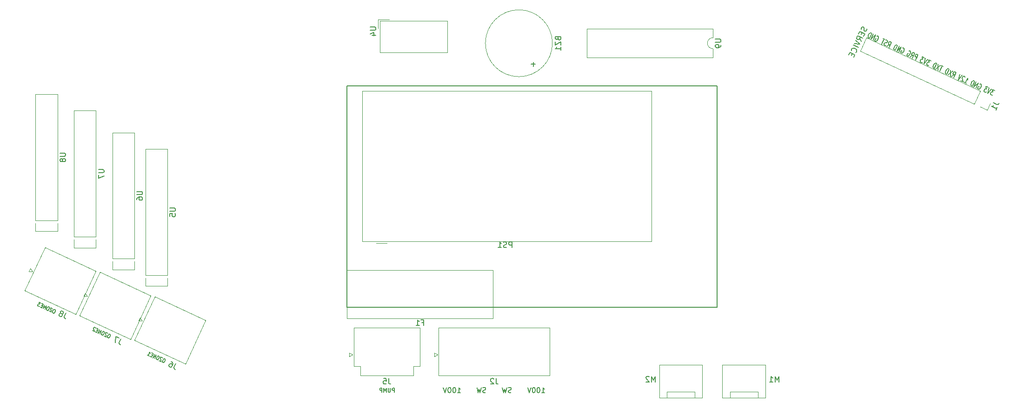
<source format=gbr>
G04 #@! TF.GenerationSoftware,KiCad,Pcbnew,5.1.9-73d0e3b20d~88~ubuntu20.04.1*
G04 #@! TF.CreationDate,2021-03-10T20:54:07+09:00*
G04 #@! TF.ProjectId,ESP32DUALDIAL,45535033-3244-4554-914c-4449414c2e6b,rev?*
G04 #@! TF.SameCoordinates,Original*
G04 #@! TF.FileFunction,Legend,Bot*
G04 #@! TF.FilePolarity,Positive*
%FSLAX46Y46*%
G04 Gerber Fmt 4.6, Leading zero omitted, Abs format (unit mm)*
G04 Created by KiCad (PCBNEW 5.1.9-73d0e3b20d~88~ubuntu20.04.1) date 2021-03-10 20:54:07*
%MOMM*%
%LPD*%
G01*
G04 APERTURE LIST*
%ADD10C,0.175000*%
%ADD11C,0.150000*%
%ADD12C,0.177500*%
%ADD13C,0.120000*%
G04 APERTURE END LIST*
D10*
X119157142Y-145907142D02*
X119671428Y-145907142D01*
X119414285Y-145907142D02*
X119414285Y-145007142D01*
X119500000Y-145135714D01*
X119585714Y-145221428D01*
X119671428Y-145264285D01*
X118600000Y-145007142D02*
X118514285Y-145007142D01*
X118428571Y-145050000D01*
X118385714Y-145092857D01*
X118342857Y-145178571D01*
X118300000Y-145350000D01*
X118300000Y-145564285D01*
X118342857Y-145735714D01*
X118385714Y-145821428D01*
X118428571Y-145864285D01*
X118514285Y-145907142D01*
X118600000Y-145907142D01*
X118685714Y-145864285D01*
X118728571Y-145821428D01*
X118771428Y-145735714D01*
X118814285Y-145564285D01*
X118814285Y-145350000D01*
X118771428Y-145178571D01*
X118728571Y-145092857D01*
X118685714Y-145050000D01*
X118600000Y-145007142D01*
X117742857Y-145007142D02*
X117657142Y-145007142D01*
X117571428Y-145050000D01*
X117528571Y-145092857D01*
X117485714Y-145178571D01*
X117442857Y-145350000D01*
X117442857Y-145564285D01*
X117485714Y-145735714D01*
X117528571Y-145821428D01*
X117571428Y-145864285D01*
X117657142Y-145907142D01*
X117742857Y-145907142D01*
X117828571Y-145864285D01*
X117871428Y-145821428D01*
X117914285Y-145735714D01*
X117957142Y-145564285D01*
X117957142Y-145350000D01*
X117914285Y-145178571D01*
X117871428Y-145092857D01*
X117828571Y-145050000D01*
X117742857Y-145007142D01*
X117185714Y-145007142D02*
X116885714Y-145907142D01*
X116585714Y-145007142D01*
X113585714Y-145864285D02*
X113457142Y-145907142D01*
X113242857Y-145907142D01*
X113157142Y-145864285D01*
X113114285Y-145821428D01*
X113071428Y-145735714D01*
X113071428Y-145650000D01*
X113114285Y-145564285D01*
X113157142Y-145521428D01*
X113242857Y-145478571D01*
X113414285Y-145435714D01*
X113500000Y-145392857D01*
X113542857Y-145350000D01*
X113585714Y-145264285D01*
X113585714Y-145178571D01*
X113542857Y-145092857D01*
X113500000Y-145050000D01*
X113414285Y-145007142D01*
X113200000Y-145007142D01*
X113071428Y-145050000D01*
X112771428Y-145007142D02*
X112557142Y-145907142D01*
X112385714Y-145264285D01*
X112214285Y-145907142D01*
X112000000Y-145007142D01*
X108957142Y-145864285D02*
X108828571Y-145907142D01*
X108614285Y-145907142D01*
X108528571Y-145864285D01*
X108485714Y-145821428D01*
X108442857Y-145735714D01*
X108442857Y-145650000D01*
X108485714Y-145564285D01*
X108528571Y-145521428D01*
X108614285Y-145478571D01*
X108785714Y-145435714D01*
X108871428Y-145392857D01*
X108914285Y-145350000D01*
X108957142Y-145264285D01*
X108957142Y-145178571D01*
X108914285Y-145092857D01*
X108871428Y-145050000D01*
X108785714Y-145007142D01*
X108571428Y-145007142D01*
X108442857Y-145050000D01*
X108142857Y-145007142D02*
X107928571Y-145907142D01*
X107757142Y-145264285D01*
X107585714Y-145907142D01*
X107371428Y-145007142D01*
X103814285Y-145907142D02*
X104328571Y-145907142D01*
X104071428Y-145907142D02*
X104071428Y-145007142D01*
X104157142Y-145135714D01*
X104242857Y-145221428D01*
X104328571Y-145264285D01*
X103257142Y-145007142D02*
X103171428Y-145007142D01*
X103085714Y-145050000D01*
X103042857Y-145092857D01*
X103000000Y-145178571D01*
X102957142Y-145350000D01*
X102957142Y-145564285D01*
X103000000Y-145735714D01*
X103042857Y-145821428D01*
X103085714Y-145864285D01*
X103171428Y-145907142D01*
X103257142Y-145907142D01*
X103342857Y-145864285D01*
X103385714Y-145821428D01*
X103428571Y-145735714D01*
X103471428Y-145564285D01*
X103471428Y-145350000D01*
X103428571Y-145178571D01*
X103385714Y-145092857D01*
X103342857Y-145050000D01*
X103257142Y-145007142D01*
X102400000Y-145007142D02*
X102314285Y-145007142D01*
X102228571Y-145050000D01*
X102185714Y-145092857D01*
X102142857Y-145178571D01*
X102100000Y-145350000D01*
X102100000Y-145564285D01*
X102142857Y-145735714D01*
X102185714Y-145821428D01*
X102228571Y-145864285D01*
X102314285Y-145907142D01*
X102400000Y-145907142D01*
X102485714Y-145864285D01*
X102528571Y-145821428D01*
X102571428Y-145735714D01*
X102614285Y-145564285D01*
X102614285Y-145350000D01*
X102571428Y-145178571D01*
X102528571Y-145092857D01*
X102485714Y-145050000D01*
X102400000Y-145007142D01*
X101842857Y-145007142D02*
X101542857Y-145907142D01*
X101242857Y-145007142D01*
X92300000Y-145816666D02*
X92300000Y-145116666D01*
X92033333Y-145116666D01*
X91966666Y-145150000D01*
X91933333Y-145183333D01*
X91900000Y-145250000D01*
X91900000Y-145350000D01*
X91933333Y-145416666D01*
X91966666Y-145450000D01*
X92033333Y-145483333D01*
X92300000Y-145483333D01*
X91600000Y-145116666D02*
X91600000Y-145683333D01*
X91566666Y-145750000D01*
X91533333Y-145783333D01*
X91466666Y-145816666D01*
X91333333Y-145816666D01*
X91266666Y-145783333D01*
X91233333Y-145750000D01*
X91200000Y-145683333D01*
X91200000Y-145116666D01*
X90866666Y-145816666D02*
X90866666Y-145116666D01*
X90633333Y-145616666D01*
X90400000Y-145116666D01*
X90400000Y-145816666D01*
X90066666Y-145816666D02*
X90066666Y-145116666D01*
X89800000Y-145116666D01*
X89733333Y-145150000D01*
X89700000Y-145183333D01*
X89666666Y-145250000D01*
X89666666Y-145350000D01*
X89700000Y-145416666D01*
X89733333Y-145450000D01*
X89800000Y-145483333D01*
X90066666Y-145483333D01*
D11*
X50547359Y-139798584D02*
X50443781Y-139750284D01*
X50377905Y-139756345D01*
X50297941Y-139792616D01*
X50215698Y-139901382D01*
X50117087Y-140112854D01*
X50086632Y-140245770D01*
X50110247Y-140330340D01*
X50147949Y-140384700D01*
X50251527Y-140432999D01*
X50317403Y-140426939D01*
X50397366Y-140390668D01*
X50479610Y-140281901D01*
X50578221Y-140070430D01*
X50608676Y-139937514D01*
X50585061Y-139852944D01*
X50547359Y-139798584D01*
X50133047Y-139605387D02*
X49770524Y-139436339D01*
X49837214Y-140239802D01*
X49474691Y-140070755D01*
X49459790Y-139291442D02*
X49356212Y-139243143D01*
X49290336Y-139249203D01*
X49210372Y-139285474D01*
X49128129Y-139394240D01*
X49029518Y-139605712D01*
X48999063Y-139738628D01*
X49022677Y-139823198D01*
X49060379Y-139877558D01*
X49163957Y-139925857D01*
X49229834Y-139919797D01*
X49309797Y-139883526D01*
X49392041Y-139774759D01*
X49490652Y-139563288D01*
X49521106Y-139430372D01*
X49497492Y-139345802D01*
X49459790Y-139291442D01*
X48697856Y-139708511D02*
X48993689Y-139074095D01*
X48387122Y-139563613D01*
X48682955Y-138929198D01*
X48283137Y-139110552D02*
X48101875Y-139026028D01*
X47869232Y-139322117D02*
X48128177Y-139442865D01*
X48424010Y-138808450D01*
X48165065Y-138687701D01*
X47351342Y-139080621D02*
X47662076Y-139225518D01*
X47506709Y-139153070D02*
X47802541Y-138518654D01*
X47812069Y-138633435D01*
X47835683Y-138718005D01*
X47873385Y-138772365D01*
X30547359Y-130798584D02*
X30443781Y-130750284D01*
X30377905Y-130756345D01*
X30297941Y-130792616D01*
X30215698Y-130901382D01*
X30117087Y-131112854D01*
X30086632Y-131245770D01*
X30110247Y-131330340D01*
X30147949Y-131384700D01*
X30251527Y-131432999D01*
X30317403Y-131426939D01*
X30397366Y-131390668D01*
X30479610Y-131281901D01*
X30578221Y-131070430D01*
X30608676Y-130937514D01*
X30585061Y-130852944D01*
X30547359Y-130798584D01*
X30133047Y-130605387D02*
X29770524Y-130436339D01*
X29837214Y-131239802D01*
X29474691Y-131070755D01*
X29459790Y-130291442D02*
X29356212Y-130243143D01*
X29290336Y-130249203D01*
X29210372Y-130285474D01*
X29128129Y-130394240D01*
X29029518Y-130605712D01*
X28999063Y-130738628D01*
X29022677Y-130823198D01*
X29060379Y-130877558D01*
X29163957Y-130925857D01*
X29229834Y-130919797D01*
X29309797Y-130883526D01*
X29392041Y-130774759D01*
X29490652Y-130563288D01*
X29521106Y-130430372D01*
X29497492Y-130345802D01*
X29459790Y-130291442D01*
X28697856Y-130708511D02*
X28993689Y-130074095D01*
X28387122Y-130563613D01*
X28682955Y-129929198D01*
X28283137Y-130110552D02*
X28101875Y-130026028D01*
X27869232Y-130322117D02*
X28128177Y-130442865D01*
X28424010Y-129808450D01*
X28165065Y-129687701D01*
X27983803Y-129603178D02*
X27647174Y-129446205D01*
X27715738Y-129772411D01*
X27638054Y-129736187D01*
X27572178Y-129742247D01*
X27532196Y-129760383D01*
X27478127Y-129808728D01*
X27407691Y-129959780D01*
X27405411Y-130032275D01*
X27417218Y-130074560D01*
X27454920Y-130128920D01*
X27610287Y-130201369D01*
X27676163Y-130195308D01*
X27716145Y-130177173D01*
X40547359Y-135298584D02*
X40443781Y-135250284D01*
X40377905Y-135256345D01*
X40297941Y-135292616D01*
X40215698Y-135401382D01*
X40117087Y-135612854D01*
X40086632Y-135745770D01*
X40110247Y-135830340D01*
X40147949Y-135884700D01*
X40251527Y-135932999D01*
X40317403Y-135926939D01*
X40397366Y-135890668D01*
X40479610Y-135781901D01*
X40578221Y-135570430D01*
X40608676Y-135437514D01*
X40585061Y-135352944D01*
X40547359Y-135298584D01*
X40133047Y-135105387D02*
X39770524Y-134936339D01*
X39837214Y-135739802D01*
X39474691Y-135570755D01*
X39459790Y-134791442D02*
X39356212Y-134743143D01*
X39290336Y-134749203D01*
X39210372Y-134785474D01*
X39128129Y-134894240D01*
X39029518Y-135105712D01*
X38999063Y-135238628D01*
X39022677Y-135323198D01*
X39060379Y-135377558D01*
X39163957Y-135425857D01*
X39229834Y-135419797D01*
X39309797Y-135383526D01*
X39392041Y-135274759D01*
X39490652Y-135063288D01*
X39521106Y-134930372D01*
X39497492Y-134845802D01*
X39459790Y-134791442D01*
X38697856Y-135208511D02*
X38993689Y-134574095D01*
X38387122Y-135063613D01*
X38682955Y-134429198D01*
X38283137Y-134610552D02*
X38101875Y-134526028D01*
X37869232Y-134822117D02*
X38128177Y-134942865D01*
X38424010Y-134308450D01*
X38165065Y-134187701D01*
X37929734Y-134151523D02*
X37917927Y-134109238D01*
X37880225Y-134054879D01*
X37750752Y-133994505D01*
X37684876Y-134000565D01*
X37644894Y-134018701D01*
X37590825Y-134067046D01*
X37562651Y-134127467D01*
X37546283Y-134230172D01*
X37687970Y-134737593D01*
X37351342Y-134580621D01*
D12*
X201614875Y-90811874D02*
X201216531Y-90626123D01*
X201270026Y-91071403D01*
X201178101Y-91028537D01*
X201096693Y-91043118D01*
X201045926Y-91071987D01*
X200975035Y-91144013D01*
X200874412Y-91359801D01*
X200864804Y-91460405D01*
X200875321Y-91517851D01*
X200916480Y-91589585D01*
X201100331Y-91675316D01*
X201181739Y-91660736D01*
X201232506Y-91631867D01*
X201032680Y-90540392D02*
X200395569Y-91346680D01*
X200603694Y-90340353D01*
X200450485Y-90268910D02*
X200052141Y-90083159D01*
X200105637Y-90528439D01*
X200013711Y-90485574D01*
X199932303Y-90500154D01*
X199881536Y-90529023D01*
X199810645Y-90601050D01*
X199710022Y-90816837D01*
X199700414Y-90917441D01*
X199710931Y-90974887D01*
X199752090Y-91046621D01*
X199935941Y-91132352D01*
X200017350Y-91117772D01*
X200068116Y-91088903D01*
X198928911Y-89611930D02*
X199010319Y-89597350D01*
X199102244Y-89640215D01*
X199174045Y-89726238D01*
X199195080Y-89841130D01*
X199185472Y-89941734D01*
X199135615Y-90128653D01*
X199075241Y-90258125D01*
X198964101Y-90416467D01*
X198893209Y-90488493D01*
X198791676Y-90546231D01*
X198679626Y-90546523D01*
X198618343Y-90517946D01*
X198546542Y-90431923D01*
X198536025Y-90374477D01*
X198676897Y-90072374D01*
X198799465Y-90129528D01*
X198219999Y-90332195D02*
X198642617Y-89425887D01*
X197852297Y-90160733D01*
X198274915Y-89254425D01*
X197545878Y-90017848D02*
X197968497Y-89111540D01*
X197815287Y-89040097D01*
X197703237Y-89040389D01*
X197601704Y-89098127D01*
X197530813Y-89170154D01*
X197419672Y-89328495D01*
X197359298Y-89457968D01*
X197309442Y-89644886D01*
X197299834Y-89745490D01*
X197320868Y-89860382D01*
X197392669Y-89946405D01*
X197545878Y-90017848D01*
X196075070Y-89331999D02*
X196442772Y-89503461D01*
X196258921Y-89417730D02*
X196681540Y-88511422D01*
X196682449Y-88669472D01*
X196703483Y-88784364D01*
X196744642Y-88856098D01*
X196212304Y-88397698D02*
X196201787Y-88340252D01*
X196160628Y-88268517D01*
X196007419Y-88197075D01*
X195926011Y-88211655D01*
X195875244Y-88240524D01*
X195804353Y-88312550D01*
X195764104Y-88398866D01*
X195734372Y-88542627D01*
X195860577Y-89231979D01*
X195462234Y-89046228D01*
X195701001Y-88054189D02*
X195063890Y-88860477D01*
X195272015Y-87854150D01*
X193776933Y-88260360D02*
X194192672Y-87928804D01*
X194144635Y-88431822D02*
X194567253Y-87525514D01*
X194322118Y-87411206D01*
X194240710Y-87425786D01*
X194189943Y-87454655D01*
X194119052Y-87526682D01*
X194058678Y-87656154D01*
X194049071Y-87756758D01*
X194059588Y-87814204D01*
X194100747Y-87885938D01*
X194345881Y-88000247D01*
X193985058Y-87254032D02*
X193133454Y-87960301D01*
X193556072Y-87053993D02*
X193562440Y-88160340D01*
X192888319Y-87845992D02*
X193310938Y-86939685D01*
X193157729Y-86868242D01*
X193045678Y-86868534D01*
X192944145Y-86926272D01*
X192873254Y-86998298D01*
X192762114Y-87156640D01*
X192701740Y-87286112D01*
X192651883Y-87473031D01*
X192642275Y-87573635D01*
X192663309Y-87688527D01*
X192735110Y-87774550D01*
X192888319Y-87845992D01*
X192269115Y-86453875D02*
X191901413Y-86282413D01*
X191662646Y-87274451D02*
X192085264Y-86368144D01*
X191748204Y-86210970D02*
X190896600Y-86917238D01*
X191319218Y-86010931D02*
X191325586Y-87117278D01*
X190651466Y-86802930D02*
X191074084Y-85896622D01*
X190920875Y-85825180D01*
X190808824Y-85825472D01*
X190707291Y-85883210D01*
X190636400Y-85955236D01*
X190525260Y-86113578D01*
X190464886Y-86243050D01*
X190415029Y-86429969D01*
X190405421Y-86530572D01*
X190426456Y-86645465D01*
X190498256Y-86731488D01*
X190651466Y-86802930D01*
X190001620Y-85396524D02*
X189603276Y-85210773D01*
X189656771Y-85656053D01*
X189564846Y-85613188D01*
X189483437Y-85627768D01*
X189432671Y-85656637D01*
X189361780Y-85728664D01*
X189261156Y-85944451D01*
X189251549Y-86045055D01*
X189262066Y-86102501D01*
X189303225Y-86174235D01*
X189487076Y-86259966D01*
X189568484Y-86245386D01*
X189619251Y-86216517D01*
X189419425Y-85125042D02*
X188782314Y-85931330D01*
X188990439Y-84925003D01*
X188837230Y-84853560D02*
X188438886Y-84667810D01*
X188492381Y-85113089D01*
X188400456Y-85070224D01*
X188319048Y-85084804D01*
X188268281Y-85113673D01*
X188197390Y-85185700D01*
X188096766Y-85401487D01*
X188087159Y-85502091D01*
X188097676Y-85559537D01*
X188138835Y-85631271D01*
X188322686Y-85717003D01*
X188404094Y-85702422D01*
X188454861Y-85673553D01*
X187250222Y-85216904D02*
X187672840Y-84310596D01*
X187427705Y-84196288D01*
X187346297Y-84210869D01*
X187295531Y-84239738D01*
X187224639Y-84311764D01*
X187164265Y-84441237D01*
X187154658Y-84541840D01*
X187165175Y-84599286D01*
X187206334Y-84671021D01*
X187451469Y-84785329D01*
X186239041Y-84745383D02*
X186654781Y-84413828D01*
X186606743Y-84916845D02*
X187029362Y-84010538D01*
X186784227Y-83896229D01*
X186702819Y-83910810D01*
X186652052Y-83939679D01*
X186581161Y-84011705D01*
X186520787Y-84141178D01*
X186511179Y-84241781D01*
X186521696Y-84299227D01*
X186562855Y-84370962D01*
X186807990Y-84485270D01*
X186028698Y-83596462D02*
X186110107Y-83581882D01*
X186202032Y-83624747D01*
X186273833Y-83710771D01*
X186294867Y-83825663D01*
X186285260Y-83926266D01*
X186235403Y-84113185D01*
X186175029Y-84242657D01*
X186063888Y-84400999D01*
X185992997Y-84473025D01*
X185891464Y-84530763D01*
X185779414Y-84531055D01*
X185718130Y-84502478D01*
X185646329Y-84416455D01*
X185635812Y-84359009D01*
X185776685Y-84056906D01*
X185899252Y-84114061D01*
X184894950Y-83067787D02*
X184976359Y-83053207D01*
X185068284Y-83096072D01*
X185140085Y-83182095D01*
X185161119Y-83296987D01*
X185151512Y-83397591D01*
X185101655Y-83584509D01*
X185041281Y-83713982D01*
X184930140Y-83872323D01*
X184859249Y-83944350D01*
X184757716Y-84002088D01*
X184645666Y-84002380D01*
X184584382Y-83973803D01*
X184512581Y-83887780D01*
X184502064Y-83830334D01*
X184642937Y-83528231D01*
X184765504Y-83585385D01*
X184186038Y-83788052D02*
X184608657Y-82881744D01*
X183818336Y-83616590D01*
X184240955Y-82710282D01*
X183511918Y-83473705D02*
X183934536Y-82567397D01*
X183781327Y-82495954D01*
X183669277Y-82496246D01*
X183567744Y-82553984D01*
X183496853Y-82626011D01*
X183385712Y-82784352D01*
X183325338Y-82913825D01*
X183275481Y-83100743D01*
X183265874Y-83201347D01*
X183286908Y-83316239D01*
X183358709Y-83402262D01*
X183511918Y-83473705D01*
X182010468Y-82773567D02*
X182426208Y-82442012D01*
X182378170Y-82945029D02*
X182800788Y-82038721D01*
X182555654Y-81924413D01*
X182474245Y-81938994D01*
X182423479Y-81967863D01*
X182352588Y-82039889D01*
X182292214Y-82169362D01*
X182282606Y-82269965D01*
X182293123Y-82327411D01*
X182334282Y-82399146D01*
X182579417Y-82513454D01*
X181785458Y-82616101D02*
X181673408Y-82616393D01*
X181520199Y-82544951D01*
X181479040Y-82473216D01*
X181468523Y-82415770D01*
X181478130Y-82315166D01*
X181518379Y-82228851D01*
X181589271Y-82156825D01*
X181640037Y-82127956D01*
X181721446Y-82113375D01*
X181864138Y-82127372D01*
X181945546Y-82112792D01*
X181996312Y-82083923D01*
X182067204Y-82011896D01*
X182107453Y-81925581D01*
X182117061Y-81824978D01*
X182106543Y-81767531D01*
X182065384Y-81695797D01*
X181912175Y-81624354D01*
X181800125Y-81624646D01*
X181636399Y-81495758D02*
X181268697Y-81324295D01*
X181029929Y-82316334D02*
X181452548Y-81410026D01*
X180206750Y-80881643D02*
X180288158Y-80867063D01*
X180380083Y-80909928D01*
X180451884Y-80995951D01*
X180472919Y-81110843D01*
X180463311Y-81211447D01*
X180413454Y-81398365D01*
X180353080Y-81527838D01*
X180241940Y-81686180D01*
X180171048Y-81758206D01*
X180069515Y-81815944D01*
X179957465Y-81816236D01*
X179896182Y-81787659D01*
X179824381Y-81701636D01*
X179813864Y-81644190D01*
X179954736Y-81342087D01*
X180077304Y-81399241D01*
X179497838Y-81601908D02*
X179920456Y-80695600D01*
X179130136Y-81430446D01*
X179552754Y-80524138D01*
X178823717Y-81287561D02*
X179246336Y-80381253D01*
X179093126Y-80309810D01*
X178981076Y-80310102D01*
X178879543Y-80367840D01*
X178808652Y-80439867D01*
X178697511Y-80598208D01*
X178637137Y-80727681D01*
X178587281Y-80914599D01*
X178577673Y-81015203D01*
X178598707Y-81130095D01*
X178670508Y-81216118D01*
X178823717Y-81287561D01*
D11*
X83680000Y-130330000D02*
X83680000Y-89990000D01*
X151120000Y-130330000D02*
X83680000Y-130330000D01*
X151120000Y-89990000D02*
X151120000Y-130330000D01*
X83680000Y-89990000D02*
X151120000Y-89990000D01*
D13*
X47000000Y-126500000D02*
X47000000Y-125000000D01*
X51000000Y-126500000D02*
X51000000Y-125000000D01*
X47000000Y-126500000D02*
X51000000Y-126500000D01*
X47000000Y-101500000D02*
X47000000Y-124500000D01*
X51000000Y-101500000D02*
X47000000Y-101500000D01*
X51000000Y-124500000D02*
X51000000Y-101500000D01*
X47000000Y-124500000D02*
X51000000Y-124500000D01*
X41000000Y-123500000D02*
X41000000Y-122000000D01*
X45000000Y-123500000D02*
X45000000Y-122000000D01*
X41000000Y-123500000D02*
X45000000Y-123500000D01*
X41000000Y-98500000D02*
X41000000Y-121500000D01*
X45000000Y-98500000D02*
X41000000Y-98500000D01*
X45000000Y-121500000D02*
X45000000Y-98500000D01*
X41000000Y-121500000D02*
X45000000Y-121500000D01*
X34000000Y-119500000D02*
X34000000Y-118000000D01*
X38000000Y-119500000D02*
X38000000Y-118000000D01*
X34000000Y-119500000D02*
X38000000Y-119500000D01*
X34000000Y-94500000D02*
X34000000Y-117500000D01*
X38000000Y-94500000D02*
X34000000Y-94500000D01*
X38000000Y-117500000D02*
X38000000Y-94500000D01*
X34000000Y-117500000D02*
X38000000Y-117500000D01*
X27000000Y-116500000D02*
X27000000Y-115000000D01*
X31000000Y-116500000D02*
X31000000Y-115000000D01*
X27000000Y-116500000D02*
X31000000Y-116500000D01*
X27000000Y-91500000D02*
X27000000Y-114500000D01*
X31000000Y-91500000D02*
X27000000Y-91500000D01*
X31000000Y-114500000D02*
X31000000Y-91500000D01*
X27000000Y-114500000D02*
X31000000Y-114500000D01*
X91000000Y-118650000D02*
X89000000Y-118650000D01*
X139120000Y-118320000D02*
X139120000Y-90880000D01*
X86480000Y-118320000D02*
X139120000Y-118320000D01*
X86480000Y-90880000D02*
X139120000Y-90880000D01*
X86480000Y-118320000D02*
X86480000Y-90880000D01*
X89680000Y-78130000D02*
X89680000Y-83870000D01*
X89680000Y-83880000D02*
X101940000Y-83880000D01*
X101940000Y-83880000D02*
X101940000Y-78120000D01*
X101940000Y-78120000D02*
X89690000Y-78120000D01*
X89400000Y-77840000D02*
X91400000Y-77840000D01*
X89400000Y-77840000D02*
X89400000Y-79450000D01*
X200247351Y-94380015D02*
X200809433Y-93174625D01*
X199041962Y-93817932D02*
X200247351Y-94380015D01*
X197890951Y-93281207D02*
X199015115Y-90870428D01*
X199015115Y-90870428D02*
X178242541Y-81184018D01*
X197890951Y-93281207D02*
X177118376Y-83594797D01*
X177118376Y-83594797D02*
X178242541Y-81184018D01*
X150330000Y-83190000D02*
X150330000Y-84840000D01*
X150330000Y-84840000D02*
X127350000Y-84840000D01*
X127350000Y-84840000D02*
X127350000Y-79540000D01*
X127350000Y-79540000D02*
X150330000Y-79540000D01*
X150330000Y-79540000D02*
X150330000Y-81190000D01*
X150330000Y-81190000D02*
G75*
G03*
X150330000Y-83190000I0J-1000000D01*
G01*
X110200000Y-132400000D02*
X83700000Y-132400000D01*
X83700000Y-132400000D02*
X83700000Y-123600000D01*
X83700000Y-123600000D02*
X110300000Y-123600000D01*
X110300000Y-123600000D02*
X110300000Y-132400000D01*
X100390000Y-142810000D02*
X100390000Y-134090000D01*
X100390000Y-134090000D02*
X120610000Y-134090000D01*
X120610000Y-134090000D02*
X120610000Y-142810000D01*
X120610000Y-142810000D02*
X100390000Y-142810000D01*
X100190000Y-139000000D02*
X99590000Y-138700000D01*
X99590000Y-138700000D02*
X99590000Y-139300000D01*
X99590000Y-139300000D02*
X100190000Y-139000000D01*
X84940000Y-134090000D02*
X84940000Y-141110000D01*
X84940000Y-141110000D02*
X86140000Y-141110000D01*
X86140000Y-141110000D02*
X86140000Y-142810000D01*
X86140000Y-142810000D02*
X95780000Y-142810000D01*
X95780000Y-142810000D02*
X95780000Y-141110000D01*
X95780000Y-141110000D02*
X96980000Y-141110000D01*
X96980000Y-141110000D02*
X96980000Y-134090000D01*
X96980000Y-134090000D02*
X84940000Y-134090000D01*
X84740000Y-139000000D02*
X84140000Y-138700000D01*
X84140000Y-138700000D02*
X84140000Y-139300000D01*
X84140000Y-139300000D02*
X84740000Y-139000000D01*
X45024361Y-136349999D02*
X48709592Y-128446995D01*
X48709592Y-128446995D02*
X57972058Y-132766154D01*
X57972058Y-132766154D02*
X54286827Y-140669158D01*
X54286827Y-140669158D02*
X45024361Y-136349999D01*
X46453275Y-132812443D02*
X46036276Y-132286979D01*
X46036276Y-132286979D02*
X45782705Y-132830764D01*
X45782705Y-132830764D02*
X46453275Y-132812443D01*
X35024361Y-131849999D02*
X38709592Y-123946995D01*
X38709592Y-123946995D02*
X47972058Y-128266154D01*
X47972058Y-128266154D02*
X44286827Y-136169158D01*
X44286827Y-136169158D02*
X35024361Y-131849999D01*
X36453275Y-128312443D02*
X36036276Y-127786979D01*
X36036276Y-127786979D02*
X35782705Y-128330764D01*
X35782705Y-128330764D02*
X36453275Y-128312443D01*
X25024361Y-127349999D02*
X28709592Y-119446995D01*
X28709592Y-119446995D02*
X37972058Y-123766154D01*
X37972058Y-123766154D02*
X34286827Y-131669158D01*
X34286827Y-131669158D02*
X25024361Y-127349999D01*
X26453275Y-123812443D02*
X26036276Y-123286979D01*
X26036276Y-123286979D02*
X25782705Y-123830764D01*
X25782705Y-123830764D02*
X26453275Y-123812443D01*
X153420000Y-145790000D02*
X153420000Y-146800000D01*
X158500000Y-145790000D02*
X153420000Y-145790000D01*
X158500000Y-146800000D02*
X158500000Y-145790000D01*
X152050000Y-146900000D02*
X159850000Y-146900000D01*
X152050000Y-140850000D02*
X152050000Y-146900000D01*
X159850000Y-140850000D02*
X152050000Y-140850000D01*
X159850000Y-146900000D02*
X159850000Y-140850000D01*
X148350000Y-146900000D02*
X148350000Y-140850000D01*
X148350000Y-140850000D02*
X140550000Y-140850000D01*
X140550000Y-140850000D02*
X140550000Y-146900000D01*
X140550000Y-146900000D02*
X148350000Y-146900000D01*
X147000000Y-146800000D02*
X147000000Y-145790000D01*
X147000000Y-145790000D02*
X141920000Y-145790000D01*
X141920000Y-145790000D02*
X141920000Y-146800000D01*
X121100000Y-82200000D02*
G75*
G03*
X121100000Y-82200000I-6100000J0D01*
G01*
D11*
X51452380Y-112238095D02*
X52261904Y-112238095D01*
X52357142Y-112285714D01*
X52404761Y-112333333D01*
X52452380Y-112428571D01*
X52452380Y-112619047D01*
X52404761Y-112714285D01*
X52357142Y-112761904D01*
X52261904Y-112809523D01*
X51452380Y-112809523D01*
X51452380Y-113761904D02*
X51452380Y-113285714D01*
X51928571Y-113238095D01*
X51880952Y-113285714D01*
X51833333Y-113380952D01*
X51833333Y-113619047D01*
X51880952Y-113714285D01*
X51928571Y-113761904D01*
X52023809Y-113809523D01*
X52261904Y-113809523D01*
X52357142Y-113761904D01*
X52404761Y-113714285D01*
X52452380Y-113619047D01*
X52452380Y-113380952D01*
X52404761Y-113285714D01*
X52357142Y-113238095D01*
X45452380Y-109238095D02*
X46261904Y-109238095D01*
X46357142Y-109285714D01*
X46404761Y-109333333D01*
X46452380Y-109428571D01*
X46452380Y-109619047D01*
X46404761Y-109714285D01*
X46357142Y-109761904D01*
X46261904Y-109809523D01*
X45452380Y-109809523D01*
X45452380Y-110714285D02*
X45452380Y-110523809D01*
X45500000Y-110428571D01*
X45547619Y-110380952D01*
X45690476Y-110285714D01*
X45880952Y-110238095D01*
X46261904Y-110238095D01*
X46357142Y-110285714D01*
X46404761Y-110333333D01*
X46452380Y-110428571D01*
X46452380Y-110619047D01*
X46404761Y-110714285D01*
X46357142Y-110761904D01*
X46261904Y-110809523D01*
X46023809Y-110809523D01*
X45928571Y-110761904D01*
X45880952Y-110714285D01*
X45833333Y-110619047D01*
X45833333Y-110428571D01*
X45880952Y-110333333D01*
X45928571Y-110285714D01*
X46023809Y-110238095D01*
X38452380Y-105238095D02*
X39261904Y-105238095D01*
X39357142Y-105285714D01*
X39404761Y-105333333D01*
X39452380Y-105428571D01*
X39452380Y-105619047D01*
X39404761Y-105714285D01*
X39357142Y-105761904D01*
X39261904Y-105809523D01*
X38452380Y-105809523D01*
X38452380Y-106190476D02*
X38452380Y-106857142D01*
X39452380Y-106428571D01*
X31452380Y-102238095D02*
X32261904Y-102238095D01*
X32357142Y-102285714D01*
X32404761Y-102333333D01*
X32452380Y-102428571D01*
X32452380Y-102619047D01*
X32404761Y-102714285D01*
X32357142Y-102761904D01*
X32261904Y-102809523D01*
X31452380Y-102809523D01*
X31880952Y-103428571D02*
X31833333Y-103333333D01*
X31785714Y-103285714D01*
X31690476Y-103238095D01*
X31642857Y-103238095D01*
X31547619Y-103285714D01*
X31500000Y-103333333D01*
X31452380Y-103428571D01*
X31452380Y-103619047D01*
X31500000Y-103714285D01*
X31547619Y-103761904D01*
X31642857Y-103809523D01*
X31690476Y-103809523D01*
X31785714Y-103761904D01*
X31833333Y-103714285D01*
X31880952Y-103619047D01*
X31880952Y-103428571D01*
X31928571Y-103333333D01*
X31976190Y-103285714D01*
X32071428Y-103238095D01*
X32261904Y-103238095D01*
X32357142Y-103285714D01*
X32404761Y-103333333D01*
X32452380Y-103428571D01*
X32452380Y-103619047D01*
X32404761Y-103714285D01*
X32357142Y-103761904D01*
X32261904Y-103809523D01*
X32071428Y-103809523D01*
X31976190Y-103761904D01*
X31928571Y-103714285D01*
X31880952Y-103619047D01*
X113714285Y-119452380D02*
X113714285Y-118452380D01*
X113333333Y-118452380D01*
X113238095Y-118500000D01*
X113190476Y-118547619D01*
X113142857Y-118642857D01*
X113142857Y-118785714D01*
X113190476Y-118880952D01*
X113238095Y-118928571D01*
X113333333Y-118976190D01*
X113714285Y-118976190D01*
X112761904Y-119404761D02*
X112619047Y-119452380D01*
X112380952Y-119452380D01*
X112285714Y-119404761D01*
X112238095Y-119357142D01*
X112190476Y-119261904D01*
X112190476Y-119166666D01*
X112238095Y-119071428D01*
X112285714Y-119023809D01*
X112380952Y-118976190D01*
X112571428Y-118928571D01*
X112666666Y-118880952D01*
X112714285Y-118833333D01*
X112761904Y-118738095D01*
X112761904Y-118642857D01*
X112714285Y-118547619D01*
X112666666Y-118500000D01*
X112571428Y-118452380D01*
X112333333Y-118452380D01*
X112190476Y-118500000D01*
X111238095Y-119452380D02*
X111809523Y-119452380D01*
X111523809Y-119452380D02*
X111523809Y-118452380D01*
X111619047Y-118595238D01*
X111714285Y-118690476D01*
X111809523Y-118738095D01*
X87952380Y-79238095D02*
X88761904Y-79238095D01*
X88857142Y-79285714D01*
X88904761Y-79333333D01*
X88952380Y-79428571D01*
X88952380Y-79619047D01*
X88904761Y-79714285D01*
X88857142Y-79761904D01*
X88761904Y-79809523D01*
X87952380Y-79809523D01*
X88285714Y-80714285D02*
X88952380Y-80714285D01*
X87904761Y-80476190D02*
X88619047Y-80238095D01*
X88619047Y-80857142D01*
X201360302Y-93063707D02*
X202007665Y-93365577D01*
X202157262Y-93382794D01*
X202283826Y-93336728D01*
X202387358Y-93227380D01*
X202427607Y-93141065D01*
X201843991Y-94392633D02*
X202085488Y-93874743D01*
X201964739Y-94133688D02*
X201058432Y-93711070D01*
X201228154Y-93685129D01*
X201354718Y-93639063D01*
X201438125Y-93572873D01*
X178348470Y-79548397D02*
X178331254Y-79697995D01*
X178230630Y-79913782D01*
X178147223Y-79979973D01*
X178083941Y-80003005D01*
X177977501Y-80005914D01*
X177891186Y-79965664D01*
X177824996Y-79882257D01*
X177801963Y-79818975D01*
X177799055Y-79712535D01*
X177836396Y-79519781D01*
X177833488Y-79413341D01*
X177810455Y-79350059D01*
X177744265Y-79266652D01*
X177657950Y-79226403D01*
X177551510Y-79229311D01*
X177488228Y-79252344D01*
X177404821Y-79318534D01*
X177304198Y-79534321D01*
X177286981Y-79683919D01*
X177494277Y-80253458D02*
X177353404Y-80555561D01*
X177767763Y-80906405D02*
X177969009Y-80474830D01*
X177062702Y-80052212D01*
X176861455Y-80483787D01*
X177345144Y-81812713D02*
X177054442Y-81309363D01*
X177586640Y-81294823D02*
X176680333Y-80872204D01*
X176519335Y-81217465D01*
X176522243Y-81323904D01*
X176545276Y-81387186D01*
X176611467Y-81470593D01*
X176740939Y-81530967D01*
X176847379Y-81528059D01*
X176910661Y-81505026D01*
X176994068Y-81438836D01*
X177155065Y-81093576D01*
X176318088Y-81649040D02*
X177083523Y-82373761D01*
X176036343Y-82253245D01*
X176801778Y-82977966D02*
X175895470Y-82555347D01*
X176272720Y-83887182D02*
X176336002Y-83864149D01*
X176439534Y-83754801D01*
X176479783Y-83668486D01*
X176497000Y-83518889D01*
X176450934Y-83392324D01*
X176384744Y-83308917D01*
X176232238Y-83185261D01*
X176102766Y-83124887D01*
X175910011Y-83087546D01*
X175803571Y-83090454D01*
X175677007Y-83136520D01*
X175573475Y-83245868D01*
X175533226Y-83332183D01*
X175516009Y-83481780D01*
X175539042Y-83545062D01*
X175703180Y-84094477D02*
X175562308Y-84396580D01*
X175976666Y-84747424D02*
X176177913Y-84315849D01*
X175271605Y-83893230D01*
X175070358Y-84324806D01*
X150782380Y-81428095D02*
X151591904Y-81428095D01*
X151687142Y-81475714D01*
X151734761Y-81523333D01*
X151782380Y-81618571D01*
X151782380Y-81809047D01*
X151734761Y-81904285D01*
X151687142Y-81951904D01*
X151591904Y-81999523D01*
X150782380Y-81999523D01*
X151782380Y-82523333D02*
X151782380Y-82713809D01*
X151734761Y-82809047D01*
X151687142Y-82856666D01*
X151544285Y-82951904D01*
X151353809Y-82999523D01*
X150972857Y-82999523D01*
X150877619Y-82951904D01*
X150830000Y-82904285D01*
X150782380Y-82809047D01*
X150782380Y-82618571D01*
X150830000Y-82523333D01*
X150877619Y-82475714D01*
X150972857Y-82428095D01*
X151210952Y-82428095D01*
X151306190Y-82475714D01*
X151353809Y-82523333D01*
X151401428Y-82618571D01*
X151401428Y-82809047D01*
X151353809Y-82904285D01*
X151306190Y-82951904D01*
X151210952Y-82999523D01*
X97333333Y-133128571D02*
X97666666Y-133128571D01*
X97666666Y-133652380D02*
X97666666Y-132652380D01*
X97190476Y-132652380D01*
X96285714Y-133652380D02*
X96857142Y-133652380D01*
X96571428Y-133652380D02*
X96571428Y-132652380D01*
X96666666Y-132795238D01*
X96761904Y-132890476D01*
X96857142Y-132938095D01*
X110833333Y-143352380D02*
X110833333Y-144066666D01*
X110880952Y-144209523D01*
X110976190Y-144304761D01*
X111119047Y-144352380D01*
X111214285Y-144352380D01*
X110404761Y-143447619D02*
X110357142Y-143400000D01*
X110261904Y-143352380D01*
X110023809Y-143352380D01*
X109928571Y-143400000D01*
X109880952Y-143447619D01*
X109833333Y-143542857D01*
X109833333Y-143638095D01*
X109880952Y-143780952D01*
X110452380Y-144352380D01*
X109833333Y-144352380D01*
X91293333Y-143352380D02*
X91293333Y-144066666D01*
X91340952Y-144209523D01*
X91436190Y-144304761D01*
X91579047Y-144352380D01*
X91674285Y-144352380D01*
X90340952Y-143352380D02*
X90817142Y-143352380D01*
X90864761Y-143828571D01*
X90817142Y-143780952D01*
X90721904Y-143733333D01*
X90483809Y-143733333D01*
X90388571Y-143780952D01*
X90340952Y-143828571D01*
X90293333Y-143923809D01*
X90293333Y-144161904D01*
X90340952Y-144257142D01*
X90388571Y-144304761D01*
X90483809Y-144352380D01*
X90721904Y-144352380D01*
X90817142Y-144304761D01*
X90864761Y-144257142D01*
X52533536Y-140644561D02*
X52231666Y-141291924D01*
X52214449Y-141441521D01*
X52260515Y-141568085D01*
X52369863Y-141671617D01*
X52456178Y-141711866D01*
X51713543Y-140262192D02*
X51886173Y-140342691D01*
X51952364Y-140426098D01*
X51975396Y-140489380D01*
X52001337Y-140659102D01*
X51963996Y-140851856D01*
X51802999Y-141197116D01*
X51719592Y-141263307D01*
X51656310Y-141286340D01*
X51549870Y-141289248D01*
X51377240Y-141208749D01*
X51311050Y-141125342D01*
X51288017Y-141062060D01*
X51285109Y-140955620D01*
X51385732Y-140739833D01*
X51469139Y-140673642D01*
X51532421Y-140650610D01*
X51638861Y-140647701D01*
X51811491Y-140728200D01*
X51877681Y-140811607D01*
X51900714Y-140874889D01*
X51903622Y-140981329D01*
X42533536Y-136144561D02*
X42231666Y-136791924D01*
X42214449Y-136941521D01*
X42260515Y-137068085D01*
X42369863Y-137171617D01*
X42456178Y-137211866D01*
X42188276Y-135983563D02*
X41584071Y-135701818D01*
X41549870Y-136789248D01*
X32533536Y-131394561D02*
X32231666Y-132041924D01*
X32214449Y-132191521D01*
X32260515Y-132318085D01*
X32369863Y-132421617D01*
X32456178Y-132461866D01*
X31791366Y-131521358D02*
X31897806Y-131518449D01*
X31961088Y-131495417D01*
X32044495Y-131429226D01*
X32064620Y-131386069D01*
X32061711Y-131279629D01*
X32038679Y-131216347D01*
X31972488Y-131132940D01*
X31799858Y-131052441D01*
X31693418Y-131055349D01*
X31630136Y-131078382D01*
X31546729Y-131144573D01*
X31526605Y-131187730D01*
X31529513Y-131294170D01*
X31552546Y-131357452D01*
X31618736Y-131440859D01*
X31791366Y-131521358D01*
X31857556Y-131604765D01*
X31880589Y-131668047D01*
X31883497Y-131774486D01*
X31802999Y-131947116D01*
X31719592Y-132013307D01*
X31656310Y-132036340D01*
X31549870Y-132039248D01*
X31377240Y-131958749D01*
X31311050Y-131875342D01*
X31288017Y-131812060D01*
X31285109Y-131705620D01*
X31365607Y-131532990D01*
X31449014Y-131466800D01*
X31512296Y-131443767D01*
X31618736Y-131440859D01*
X162309523Y-143952380D02*
X162309523Y-142952380D01*
X161976190Y-143666666D01*
X161642857Y-142952380D01*
X161642857Y-143952380D01*
X160642857Y-143952380D02*
X161214285Y-143952380D01*
X160928571Y-143952380D02*
X160928571Y-142952380D01*
X161023809Y-143095238D01*
X161119047Y-143190476D01*
X161214285Y-143238095D01*
X139809523Y-143952380D02*
X139809523Y-142952380D01*
X139476190Y-143666666D01*
X139142857Y-142952380D01*
X139142857Y-143952380D01*
X138714285Y-143047619D02*
X138666666Y-143000000D01*
X138571428Y-142952380D01*
X138333333Y-142952380D01*
X138238095Y-143000000D01*
X138190476Y-143047619D01*
X138142857Y-143142857D01*
X138142857Y-143238095D01*
X138190476Y-143380952D01*
X138761904Y-143952380D01*
X138142857Y-143952380D01*
X122128571Y-81319047D02*
X122176190Y-81461904D01*
X122223809Y-81509523D01*
X122319047Y-81557142D01*
X122461904Y-81557142D01*
X122557142Y-81509523D01*
X122604761Y-81461904D01*
X122652380Y-81366666D01*
X122652380Y-80985714D01*
X121652380Y-80985714D01*
X121652380Y-81319047D01*
X121700000Y-81414285D01*
X121747619Y-81461904D01*
X121842857Y-81509523D01*
X121938095Y-81509523D01*
X122033333Y-81461904D01*
X122080952Y-81414285D01*
X122128571Y-81319047D01*
X122128571Y-80985714D01*
X121652380Y-81890476D02*
X121652380Y-82557142D01*
X122652380Y-81890476D01*
X122652380Y-82557142D01*
X122652380Y-83461904D02*
X122652380Y-82890476D01*
X122652380Y-83176190D02*
X121652380Y-83176190D01*
X121795238Y-83080952D01*
X121890476Y-82985714D01*
X121938095Y-82890476D01*
X117611428Y-85629047D02*
X117611428Y-86390952D01*
X117992380Y-86010000D02*
X117230476Y-86010000D01*
M02*

</source>
